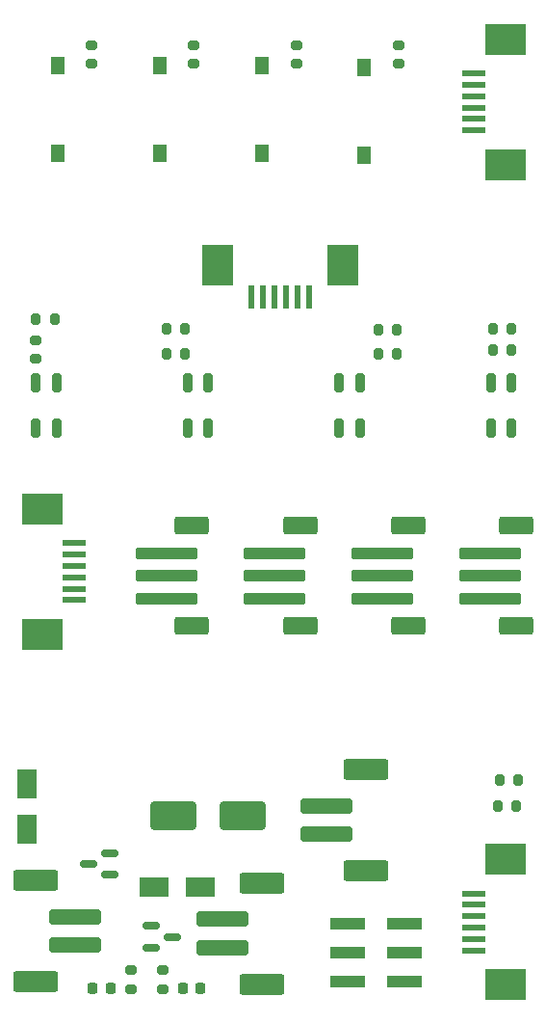
<source format=gbr>
%TF.GenerationSoftware,KiCad,Pcbnew,(6.0.5)*%
%TF.CreationDate,2022-06-24T16:36:08-05:00*%
%TF.ProjectId,Big Kahuna Board,42696720-4b61-4687-956e-6120426f6172,rev?*%
%TF.SameCoordinates,Original*%
%TF.FileFunction,Paste,Top*%
%TF.FilePolarity,Positive*%
%FSLAX46Y46*%
G04 Gerber Fmt 4.6, Leading zero omitted, Abs format (unit mm)*
G04 Created by KiCad (PCBNEW (6.0.5)) date 2022-06-24 16:36:08*
%MOMM*%
%LPD*%
G01*
G04 APERTURE LIST*
G04 Aperture macros list*
%AMRoundRect*
0 Rectangle with rounded corners*
0 $1 Rounding radius*
0 $2 $3 $4 $5 $6 $7 $8 $9 X,Y pos of 4 corners*
0 Add a 4 corners polygon primitive as box body*
4,1,4,$2,$3,$4,$5,$6,$7,$8,$9,$2,$3,0*
0 Add four circle primitives for the rounded corners*
1,1,$1+$1,$2,$3*
1,1,$1+$1,$4,$5*
1,1,$1+$1,$6,$7*
1,1,$1+$1,$8,$9*
0 Add four rect primitives between the rounded corners*
20,1,$1+$1,$2,$3,$4,$5,0*
20,1,$1+$1,$4,$5,$6,$7,0*
20,1,$1+$1,$6,$7,$8,$9,0*
20,1,$1+$1,$8,$9,$2,$3,0*%
G04 Aperture macros list end*
%ADD10RoundRect,0.200000X0.275000X-0.200000X0.275000X0.200000X-0.275000X0.200000X-0.275000X-0.200000X0*%
%ADD11R,1.200000X1.500000*%
%ADD12R,2.000000X0.610000*%
%ADD13R,3.600000X2.680000*%
%ADD14RoundRect,0.200000X-0.275000X0.200000X-0.275000X-0.200000X0.275000X-0.200000X0.275000X0.200000X0*%
%ADD15RoundRect,0.200000X-0.200000X-0.275000X0.200000X-0.275000X0.200000X0.275000X-0.200000X0.275000X0*%
%ADD16RoundRect,0.197500X-0.197500X-0.632500X0.197500X-0.632500X0.197500X0.632500X-0.197500X0.632500X0*%
%ADD17R,0.610000X2.000000*%
%ADD18R,2.680000X3.600000*%
%ADD19RoundRect,0.250000X-1.250000X0.550000X-1.250000X-0.550000X1.250000X-0.550000X1.250000X0.550000X0*%
%ADD20RoundRect,0.250000X-2.500000X0.250000X-2.500000X-0.250000X2.500000X-0.250000X2.500000X0.250000X0*%
%ADD21R,1.800000X2.500000*%
%ADD22RoundRect,0.250000X1.750000X1.000000X-1.750000X1.000000X-1.750000X-1.000000X1.750000X-1.000000X0*%
%ADD23RoundRect,0.130000X2.120000X-0.520000X2.120000X0.520000X-2.120000X0.520000X-2.120000X-0.520000X0*%
%ADD24RoundRect,0.180000X1.770000X-0.720000X1.770000X0.720000X-1.770000X0.720000X-1.770000X-0.720000X0*%
%ADD25RoundRect,0.130000X-2.120000X0.520000X-2.120000X-0.520000X2.120000X-0.520000X2.120000X0.520000X0*%
%ADD26RoundRect,0.180000X-1.770000X0.720000X-1.770000X-0.720000X1.770000X-0.720000X1.770000X0.720000X0*%
%ADD27R,2.500000X1.800000*%
%ADD28RoundRect,0.218750X-0.218750X-0.256250X0.218750X-0.256250X0.218750X0.256250X-0.218750X0.256250X0*%
%ADD29RoundRect,0.218750X0.218750X0.256250X-0.218750X0.256250X-0.218750X-0.256250X0.218750X-0.256250X0*%
%ADD30R,3.150000X1.000000*%
%ADD31RoundRect,0.150000X0.587500X0.150000X-0.587500X0.150000X-0.587500X-0.150000X0.587500X-0.150000X0*%
%ADD32RoundRect,0.150000X-0.587500X-0.150000X0.587500X-0.150000X0.587500X0.150000X-0.587500X0.150000X0*%
G04 APERTURE END LIST*
D10*
%TO.C,R4*%
X112830000Y-51280000D03*
X112830000Y-49630000D03*
%TD*%
%TO.C,R11*%
X130830000Y-51280000D03*
X130830000Y-49630000D03*
%TD*%
%TO.C,R14*%
X139830000Y-51280000D03*
X139830000Y-49630000D03*
%TD*%
D11*
%TO.C,SW4*%
X136830000Y-51580000D03*
X136830000Y-59280000D03*
%TD*%
%TO.C,SW3*%
X127830000Y-51430000D03*
X127830000Y-59130000D03*
%TD*%
D12*
%TO.C,J9*%
X146420000Y-57140000D03*
X146420000Y-56140000D03*
X146420000Y-55140000D03*
X146420000Y-54140000D03*
X146420000Y-53140000D03*
X146420000Y-52140000D03*
D13*
X149220000Y-60130000D03*
X149220000Y-49150000D03*
%TD*%
D11*
%TO.C,SW1*%
X109830000Y-51430000D03*
X109830000Y-59130000D03*
%TD*%
%TO.C,SW2*%
X118830000Y-51430000D03*
X118830000Y-59130000D03*
%TD*%
D10*
%TO.C,R7*%
X121830000Y-51280000D03*
X121830000Y-49630000D03*
%TD*%
D14*
%TO.C,R12*%
X107950000Y-75535000D03*
X107950000Y-77185000D03*
%TD*%
D15*
%TO.C,R3*%
X138020000Y-76730000D03*
X139670000Y-76730000D03*
%TD*%
D16*
%TO.C,U3*%
X121283333Y-79260000D03*
X121283333Y-83260000D03*
X123083333Y-83260000D03*
X123083333Y-79260000D03*
%TD*%
D15*
%TO.C,R8*%
X148100000Y-74560000D03*
X149750000Y-74560000D03*
%TD*%
%TO.C,R13*%
X107925000Y-73710000D03*
X109575000Y-73710000D03*
%TD*%
%TO.C,R9*%
X119410000Y-76730000D03*
X121060000Y-76730000D03*
%TD*%
D16*
%TO.C,U4*%
X107950000Y-79260000D03*
X107950000Y-83260000D03*
X109750000Y-83260000D03*
X109750000Y-79260000D03*
%TD*%
D17*
%TO.C,J9*%
X131922000Y-71746000D03*
X130922000Y-71746000D03*
X129922000Y-71746000D03*
X128922000Y-71746000D03*
X127922000Y-71746000D03*
X126922000Y-71746000D03*
D18*
X134912000Y-68946000D03*
X123932000Y-68946000D03*
%TD*%
D15*
%TO.C,R10*%
X119430000Y-74560000D03*
X121080000Y-74560000D03*
%TD*%
%TO.C,R5*%
X138020000Y-74670000D03*
X139670000Y-74670000D03*
%TD*%
%TO.C,R6*%
X148105000Y-76380000D03*
X149755000Y-76380000D03*
%TD*%
D16*
%TO.C,U2*%
X147950000Y-79260000D03*
X147950000Y-83260000D03*
X149750000Y-83260000D03*
X149750000Y-79260000D03*
%TD*%
%TO.C,U1*%
X134616666Y-79260000D03*
X134616666Y-83260000D03*
X136416666Y-83260000D03*
X136416666Y-79260000D03*
%TD*%
D19*
%TO.C,J7*%
X131172000Y-100644000D03*
X131172000Y-91844000D03*
D20*
X128922000Y-98244000D03*
X128922000Y-96244000D03*
X128922000Y-94244000D03*
%TD*%
D19*
%TO.C,J8*%
X121672000Y-91844000D03*
X121672000Y-100644000D03*
D20*
X119422000Y-98244000D03*
X119422000Y-96244000D03*
X119422000Y-94244000D03*
%TD*%
D19*
%TO.C,J5*%
X140672000Y-91844000D03*
X140672000Y-100644000D03*
D20*
X138422000Y-98244000D03*
X138422000Y-96244000D03*
X138422000Y-94244000D03*
%TD*%
D13*
%TO.C,J9*%
X108532000Y-101374000D03*
X108532000Y-90394000D03*
D12*
X111332000Y-98384000D03*
X111332000Y-97384000D03*
X111332000Y-96384000D03*
X111332000Y-95384000D03*
X111332000Y-94384000D03*
X111332000Y-93384000D03*
%TD*%
D19*
%TO.C,J2*%
X150172000Y-91844000D03*
X150172000Y-100644000D03*
D20*
X147922000Y-98244000D03*
X147922000Y-96244000D03*
X147922000Y-94244000D03*
%TD*%
D21*
%TO.C,D2*%
X107126000Y-118486000D03*
X107126000Y-114486000D03*
%TD*%
D15*
%TO.C,R2*%
X148528000Y-116454000D03*
X150178000Y-116454000D03*
%TD*%
D10*
%TO.C,R3*%
X119064000Y-132519000D03*
X119064000Y-130869000D03*
%TD*%
D22*
%TO.C,C1*%
X126160000Y-117290000D03*
X120060000Y-117290000D03*
%TD*%
D23*
%TO.C,J6*%
X133460000Y-116450000D03*
X133460000Y-118950000D03*
D24*
X136960000Y-122150000D03*
X136960000Y-113250000D03*
%TD*%
D25*
%TO.C,J1*%
X111379742Y-128680000D03*
X111379742Y-126180000D03*
D26*
X107879742Y-131880000D03*
X107879742Y-122980000D03*
%TD*%
D15*
%TO.C,R4*%
X148719000Y-114168000D03*
X150369000Y-114168000D03*
%TD*%
D27*
%TO.C,D4*%
X122366000Y-123566000D03*
X118366000Y-123566000D03*
%TD*%
D28*
%TO.C,D1*%
X112917000Y-132456000D03*
X114492000Y-132456000D03*
%TD*%
D29*
%TO.C,D3*%
X122417000Y-132456000D03*
X120842000Y-132456000D03*
%TD*%
D10*
%TO.C,R1*%
X116270000Y-132519000D03*
X116270000Y-130869000D03*
%TD*%
D12*
%TO.C,J9*%
X146460000Y-129130000D03*
X146460000Y-128130000D03*
X146460000Y-127130000D03*
X146460000Y-126130000D03*
X146460000Y-125130000D03*
X146460000Y-124130000D03*
D13*
X149260000Y-132120000D03*
X149260000Y-121140000D03*
%TD*%
D30*
%TO.C,J4*%
X140365000Y-131860000D03*
X135315000Y-131860000D03*
X140365000Y-129320000D03*
X135315000Y-129320000D03*
X140365000Y-126780000D03*
X135315000Y-126780000D03*
%TD*%
D23*
%TO.C,J2*%
X124340000Y-126400000D03*
X124340000Y-128900000D03*
D24*
X127840000Y-123200000D03*
X127840000Y-132100000D03*
%TD*%
D31*
%TO.C,Q1*%
X114413500Y-122484000D03*
X114413500Y-120584000D03*
X112538500Y-121534000D03*
%TD*%
D32*
%TO.C,Q2*%
X118048000Y-127000000D03*
X118048000Y-128900000D03*
X119923000Y-127950000D03*
%TD*%
M02*

</source>
